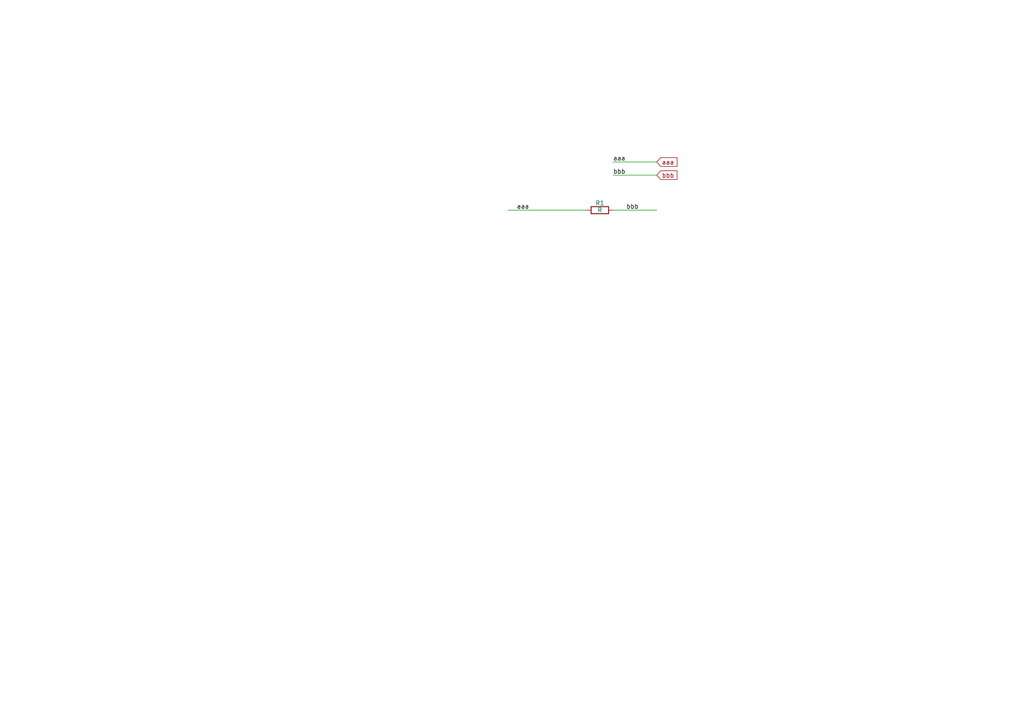
<source format=kicad_sch>
(kicad_sch (version 20230121) (generator eeschema)
  (paper "A4")
  (lib_symbols
    (symbol "Device:R" (pin_numbers hide) (pin_names (offset 0))
      (property "Reference" "R" (at 2.032 0 90))
      (property "Value" "R" (at 0 0 90))
      (symbol "R_0_1"
        (rectangle (start -1.016 -2.54) (end 1.016 2.54) (stroke (width 0.254)))
      )
      (symbol "R_1_1"
        (pin passive line (at 0 3.81 270) (length 1.27) (name "~") (number "1"))
        (pin passive line (at 0 -3.81 90) (length 1.27) (name "~") (number "2"))
      )
    )
  )
  (wire (pts (xy 177.8 60.96) (xy 190.5 60.96)))
  (wire (pts (xy 177.8 50.8) (xy 190.5 50.8)))
  (wire (pts (xy 177.8 46.99) (xy 190.5 46.99)))
  (wire (pts (xy 147.32 60.96) (xy 170.18 60.96)))
  (label "bbb" (at 181.61 60.96 0))
  (label "aaa" (at 149.86 60.96 0))
  (label "bbb" (at 177.8 50.8 0))
  (label "aaa" (at 177.8 46.99 0))
  (global_label "aaa" (shape input) (at 190.5 46.99 0) (property "Intersheetrefs" "${INTERSHEET_REFS}" (effects hide)))
  (global_label "bbb" (shape input) (at 190.5 50.8 0) (property "Intersheetrefs" "${INTERSHEET_REFS}" (effects hide)))
  (symbol (lib_id "Device:R") (at 173.99 60.96 90) (unit 1)
    (property "Reference" "R1" (at 173.99 58.928 90))
    (property "Value" "R" (at 173.99 60.96 90))
  )
)
</source>
